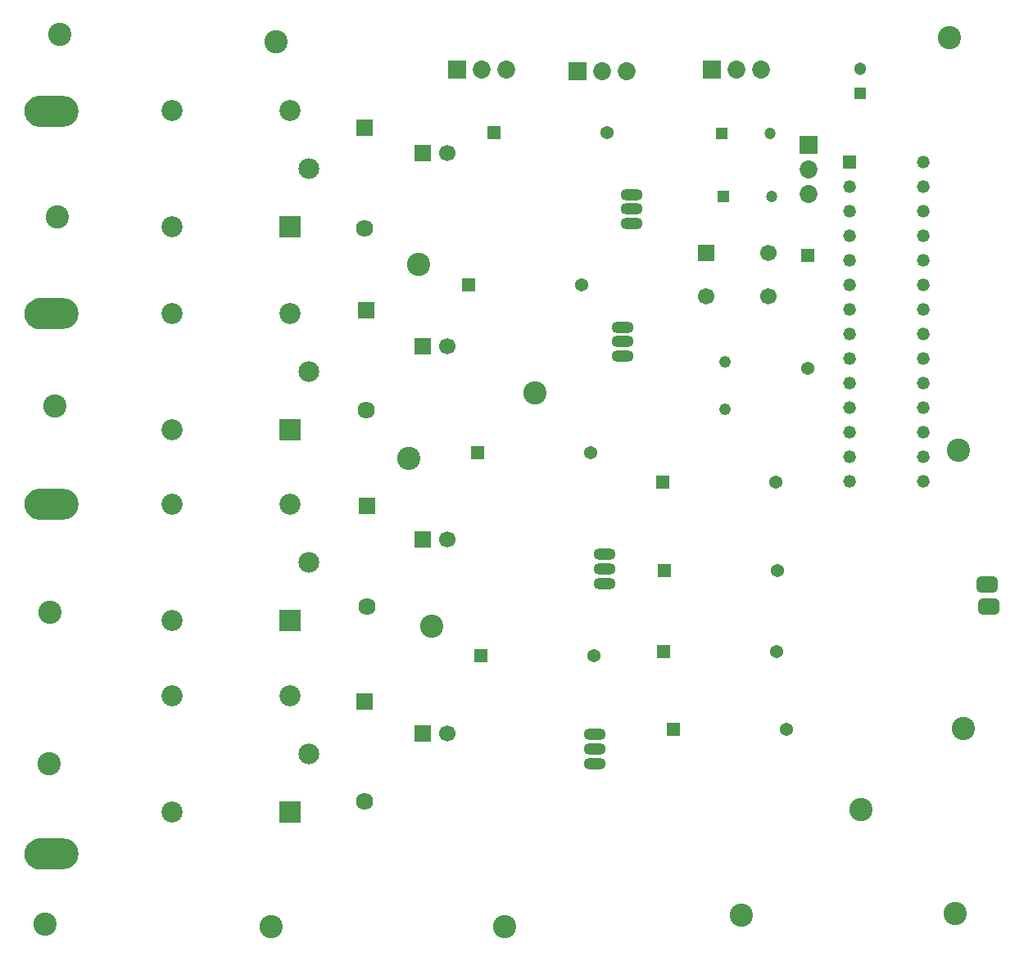
<source format=gts>
G04*
G04 #@! TF.GenerationSoftware,Altium Limited,Altium Designer,24.4.1 (13)*
G04*
G04 Layer_Color=8388736*
%FSLAX44Y44*%
%MOMM*%
G71*
G04*
G04 #@! TF.SameCoordinates,55CC3119-2231-4384-B402-45A8E2456881*
G04*
G04*
G04 #@! TF.FilePolarity,Negative*
G04*
G01*
G75*
%ADD18C,2.4032*%
%ADD19C,1.7932*%
%ADD20R,1.7932X1.7932*%
%ADD21O,2.2832X1.2432*%
%ADD22C,1.2102*%
%ADD23R,1.7000X1.7000*%
%ADD24C,1.7000*%
%ADD25C,1.3032*%
%ADD26R,1.3032X1.3032*%
%ADD27R,1.8532X1.8532*%
%ADD28C,1.8532*%
%ADD29R,1.8532X1.8532*%
%ADD30R,2.1832X2.1832*%
%ADD31C,2.1382*%
%ADD32C,2.1832*%
%ADD33C,1.3208*%
%ADD34R,1.3208X1.3208*%
%ADD35C,1.7012*%
%ADD36R,1.7012X1.7012*%
%ADD37C,1.2000*%
%ADD38R,1.2000X1.2000*%
%ADD39C,1.3716*%
%ADD40R,1.3716X1.3716*%
%ADD41R,1.3716X1.3716*%
%ADD42C,3.2032*%
G04:AMPARAMS|DCode=43|XSize=2.2032mm|YSize=1.7272mm|CornerRadius=0.4826mm|HoleSize=0mm|Usage=FLASHONLY|Rotation=0.000|XOffset=0mm|YOffset=0mm|HoleType=Round|Shape=RoundedRectangle|*
%AMROUNDEDRECTD43*
21,1,2.2032,0.7620,0,0,0.0*
21,1,1.2380,1.7272,0,0,0.0*
1,1,0.9652,0.6190,-0.3810*
1,1,0.9652,-0.6190,-0.3810*
1,1,0.9652,-0.6190,0.3810*
1,1,0.9652,0.6190,0.3810*
%
%ADD43ROUNDEDRECTD43*%
G36*
X48923Y121939D02*
X49054Y121913D01*
X49180Y121871D01*
X49299Y121812D01*
X49410Y121738D01*
X49510Y121650D01*
X49598Y121550D01*
X49672Y121439D01*
X49731Y121320D01*
X49774Y121194D01*
X49799Y121063D01*
X49808Y120930D01*
Y90930D01*
X49799Y90797D01*
X49774Y90666D01*
X49731Y90540D01*
X49672Y90421D01*
X49598Y90310D01*
X49510Y90210D01*
X49410Y90122D01*
X49299Y90048D01*
X49180Y89989D01*
X49054Y89946D01*
X48923Y89921D01*
X48790Y89912D01*
X23183D01*
X23149Y89914D01*
X23116D01*
X23083Y89918D01*
X23050Y89921D01*
X23017Y89927D01*
X22984Y89931D01*
X20086Y90508D01*
X20054Y90516D01*
X20021Y90523D01*
X19990Y90534D01*
X19957Y90542D01*
X19927Y90555D01*
X19895Y90566D01*
X17165Y91696D01*
X17135Y91711D01*
X17105Y91724D01*
X17076Y91741D01*
X17046Y91755D01*
X17018Y91774D01*
X16989Y91791D01*
X14532Y93432D01*
X14506Y93452D01*
X14478Y93471D01*
X14453Y93493D01*
X14427Y93513D01*
X14403Y93537D01*
X14378Y93559D01*
X12289Y95648D01*
X12267Y95673D01*
X12243Y95697D01*
X12223Y95723D01*
X12201Y95748D01*
X12182Y95776D01*
X12162Y95802D01*
X10521Y98259D01*
X10504Y98288D01*
X10485Y98316D01*
X10471Y98346D01*
X10454Y98375D01*
X10441Y98405D01*
X10426Y98435D01*
X9296Y101165D01*
X9285Y101196D01*
X9272Y101227D01*
X9264Y101260D01*
X9253Y101291D01*
X9247Y101324D01*
X9238Y101356D01*
X8661Y104254D01*
X8657Y104287D01*
X8651Y104320D01*
X8648Y104353D01*
X8644Y104386D01*
Y104419D01*
X8642Y104453D01*
Y107407D01*
X8644Y107441D01*
Y107474D01*
X8648Y107507D01*
X8651Y107540D01*
X8657Y107573D01*
X8661Y107606D01*
X9238Y110504D01*
X9247Y110536D01*
X9253Y110569D01*
X9264Y110600D01*
X9272Y110633D01*
X9285Y110663D01*
X9296Y110695D01*
X10426Y113425D01*
X10441Y113455D01*
X10454Y113485D01*
X10471Y113514D01*
X10485Y113544D01*
X10504Y113572D01*
X10521Y113601D01*
X12162Y116058D01*
X12183Y116084D01*
X12201Y116112D01*
X12223Y116137D01*
X12243Y116163D01*
X12267Y116187D01*
X12289Y116212D01*
X14378Y118301D01*
X14403Y118323D01*
X14427Y118347D01*
X14453Y118367D01*
X14478Y118389D01*
X14506Y118407D01*
X14532Y118428D01*
X16989Y120069D01*
X17018Y120086D01*
X17046Y120105D01*
X17076Y120119D01*
X17105Y120136D01*
X17135Y120149D01*
X17165Y120163D01*
X19895Y121294D01*
X19927Y121305D01*
X19957Y121318D01*
X19990Y121326D01*
X20021Y121337D01*
X20054Y121343D01*
X20086Y121352D01*
X22984Y121929D01*
X23017Y121933D01*
X23050Y121939D01*
X23083Y121942D01*
X23116Y121946D01*
X23149D01*
X23183Y121948D01*
X48790D01*
X48923Y121939D01*
D02*
G37*
G36*
Y483889D02*
X49054Y483863D01*
X49180Y483821D01*
X49299Y483762D01*
X49410Y483688D01*
X49510Y483600D01*
X49598Y483500D01*
X49672Y483389D01*
X49731Y483270D01*
X49774Y483144D01*
X49799Y483013D01*
X49808Y482880D01*
Y452880D01*
X49799Y452747D01*
X49774Y452616D01*
X49731Y452490D01*
X49672Y452371D01*
X49598Y452260D01*
X49510Y452160D01*
X49410Y452072D01*
X49299Y451998D01*
X49180Y451939D01*
X49054Y451897D01*
X48923Y451870D01*
X48790Y451862D01*
X23183D01*
X23149Y451864D01*
X23116D01*
X23083Y451868D01*
X23050Y451870D01*
X23017Y451877D01*
X22984Y451881D01*
X20086Y452458D01*
X20054Y452466D01*
X20021Y452473D01*
X19990Y452484D01*
X19957Y452492D01*
X19927Y452505D01*
X19895Y452516D01*
X17165Y453646D01*
X17135Y453661D01*
X17105Y453674D01*
X17076Y453691D01*
X17046Y453705D01*
X17018Y453724D01*
X16989Y453741D01*
X14532Y455382D01*
X14506Y455402D01*
X14478Y455421D01*
X14453Y455443D01*
X14427Y455463D01*
X14403Y455487D01*
X14378Y455509D01*
X12289Y457598D01*
X12267Y457623D01*
X12243Y457647D01*
X12223Y457673D01*
X12201Y457698D01*
X12182Y457726D01*
X12162Y457752D01*
X10521Y460209D01*
X10504Y460238D01*
X10485Y460266D01*
X10471Y460296D01*
X10454Y460325D01*
X10441Y460355D01*
X10426Y460385D01*
X9296Y463115D01*
X9285Y463147D01*
X9272Y463177D01*
X9264Y463210D01*
X9253Y463241D01*
X9247Y463274D01*
X9238Y463306D01*
X8661Y466204D01*
X8657Y466237D01*
X8651Y466270D01*
X8648Y466303D01*
X8644Y466336D01*
Y466369D01*
X8642Y466403D01*
Y469357D01*
X8644Y469391D01*
Y469424D01*
X8648Y469457D01*
X8651Y469490D01*
X8657Y469523D01*
X8661Y469556D01*
X9238Y472454D01*
X9247Y472486D01*
X9253Y472519D01*
X9264Y472550D01*
X9272Y472583D01*
X9285Y472613D01*
X9296Y472645D01*
X10426Y475375D01*
X10441Y475405D01*
X10454Y475435D01*
X10471Y475464D01*
X10485Y475494D01*
X10504Y475522D01*
X10521Y475551D01*
X12162Y478008D01*
X12183Y478034D01*
X12201Y478062D01*
X12223Y478087D01*
X12243Y478113D01*
X12267Y478137D01*
X12289Y478162D01*
X14378Y480251D01*
X14403Y480273D01*
X14427Y480297D01*
X14453Y480317D01*
X14478Y480339D01*
X14506Y480358D01*
X14532Y480378D01*
X16989Y482019D01*
X17018Y482036D01*
X17046Y482055D01*
X17076Y482069D01*
X17105Y482086D01*
X17135Y482099D01*
X17165Y482113D01*
X19895Y483244D01*
X19927Y483255D01*
X19957Y483268D01*
X19990Y483276D01*
X20021Y483287D01*
X20054Y483293D01*
X20086Y483302D01*
X22984Y483879D01*
X23017Y483883D01*
X23050Y483889D01*
X23083Y483892D01*
X23116Y483896D01*
X23149D01*
X23183Y483898D01*
X48790D01*
X48923Y483889D01*
D02*
G37*
G36*
Y680739D02*
X49054Y680713D01*
X49180Y680671D01*
X49299Y680612D01*
X49410Y680538D01*
X49510Y680450D01*
X49598Y680350D01*
X49672Y680239D01*
X49731Y680120D01*
X49774Y679994D01*
X49799Y679863D01*
X49808Y679730D01*
Y649730D01*
X49799Y649597D01*
X49774Y649466D01*
X49731Y649340D01*
X49672Y649221D01*
X49598Y649110D01*
X49510Y649010D01*
X49410Y648922D01*
X49299Y648848D01*
X49180Y648789D01*
X49054Y648746D01*
X48923Y648720D01*
X48790Y648712D01*
X23183D01*
X23149Y648714D01*
X23116D01*
X23083Y648718D01*
X23050Y648720D01*
X23017Y648727D01*
X22984Y648731D01*
X20086Y649308D01*
X20054Y649316D01*
X20021Y649323D01*
X19990Y649334D01*
X19957Y649342D01*
X19927Y649355D01*
X19895Y649366D01*
X17165Y650496D01*
X17135Y650511D01*
X17105Y650524D01*
X17076Y650541D01*
X17046Y650555D01*
X17018Y650574D01*
X16989Y650591D01*
X14532Y652232D01*
X14506Y652252D01*
X14478Y652271D01*
X14453Y652293D01*
X14427Y652313D01*
X14403Y652337D01*
X14378Y652359D01*
X12289Y654448D01*
X12267Y654473D01*
X12243Y654497D01*
X12223Y654523D01*
X12201Y654548D01*
X12182Y654576D01*
X12162Y654602D01*
X10521Y657059D01*
X10504Y657088D01*
X10485Y657116D01*
X10471Y657146D01*
X10454Y657175D01*
X10441Y657205D01*
X10426Y657235D01*
X9296Y659965D01*
X9285Y659996D01*
X9272Y660027D01*
X9264Y660060D01*
X9253Y660091D01*
X9247Y660124D01*
X9238Y660156D01*
X8661Y663054D01*
X8657Y663087D01*
X8651Y663120D01*
X8648Y663153D01*
X8644Y663186D01*
Y663219D01*
X8642Y663253D01*
Y666207D01*
X8644Y666241D01*
Y666274D01*
X8648Y666307D01*
X8651Y666340D01*
X8657Y666373D01*
X8661Y666406D01*
X9238Y669304D01*
X9247Y669336D01*
X9253Y669369D01*
X9264Y669400D01*
X9272Y669433D01*
X9285Y669463D01*
X9296Y669495D01*
X10426Y672225D01*
X10441Y672255D01*
X10454Y672285D01*
X10471Y672314D01*
X10485Y672344D01*
X10504Y672372D01*
X10521Y672401D01*
X12162Y674858D01*
X12183Y674884D01*
X12201Y674912D01*
X12223Y674937D01*
X12243Y674963D01*
X12267Y674987D01*
X12289Y675012D01*
X14378Y677101D01*
X14403Y677123D01*
X14427Y677147D01*
X14453Y677167D01*
X14478Y677189D01*
X14506Y677207D01*
X14532Y677228D01*
X16989Y678869D01*
X17018Y678886D01*
X17046Y678905D01*
X17076Y678919D01*
X17105Y678936D01*
X17135Y678949D01*
X17165Y678963D01*
X19895Y680094D01*
X19927Y680105D01*
X19957Y680118D01*
X19990Y680126D01*
X20021Y680137D01*
X20054Y680144D01*
X20086Y680152D01*
X22984Y680729D01*
X23017Y680733D01*
X23050Y680739D01*
X23083Y680742D01*
X23116Y680746D01*
X23149D01*
X23183Y680748D01*
X48790D01*
X48923Y680739D01*
D02*
G37*
G36*
Y890289D02*
X49054Y890263D01*
X49180Y890221D01*
X49299Y890162D01*
X49410Y890088D01*
X49510Y890000D01*
X49598Y889900D01*
X49672Y889789D01*
X49731Y889670D01*
X49774Y889544D01*
X49799Y889413D01*
X49808Y889280D01*
Y859280D01*
X49799Y859147D01*
X49774Y859016D01*
X49731Y858890D01*
X49672Y858771D01*
X49598Y858660D01*
X49510Y858560D01*
X49410Y858472D01*
X49299Y858398D01*
X49180Y858339D01*
X49054Y858297D01*
X48923Y858270D01*
X48790Y858262D01*
X23183D01*
X23149Y858264D01*
X23116D01*
X23083Y858268D01*
X23050Y858270D01*
X23017Y858277D01*
X22984Y858281D01*
X20086Y858858D01*
X20054Y858866D01*
X20021Y858873D01*
X19990Y858884D01*
X19957Y858892D01*
X19927Y858905D01*
X19895Y858916D01*
X17165Y860046D01*
X17135Y860061D01*
X17105Y860074D01*
X17076Y860091D01*
X17046Y860105D01*
X17018Y860124D01*
X16989Y860141D01*
X14532Y861782D01*
X14506Y861802D01*
X14478Y861821D01*
X14453Y861843D01*
X14427Y861863D01*
X14403Y861887D01*
X14378Y861909D01*
X12289Y863998D01*
X12267Y864023D01*
X12243Y864047D01*
X12223Y864073D01*
X12201Y864098D01*
X12182Y864126D01*
X12162Y864152D01*
X10521Y866609D01*
X10504Y866638D01*
X10485Y866666D01*
X10471Y866696D01*
X10454Y866724D01*
X10441Y866755D01*
X10426Y866785D01*
X9296Y869515D01*
X9285Y869547D01*
X9272Y869577D01*
X9264Y869610D01*
X9253Y869641D01*
X9247Y869674D01*
X9238Y869706D01*
X8661Y872604D01*
X8657Y872637D01*
X8651Y872670D01*
X8648Y872703D01*
X8644Y872736D01*
Y872769D01*
X8642Y872803D01*
Y875757D01*
X8644Y875791D01*
Y875824D01*
X8648Y875857D01*
X8651Y875890D01*
X8657Y875923D01*
X8661Y875956D01*
X9238Y878854D01*
X9247Y878886D01*
X9253Y878919D01*
X9264Y878950D01*
X9272Y878983D01*
X9285Y879013D01*
X9296Y879045D01*
X10426Y881775D01*
X10441Y881805D01*
X10454Y881835D01*
X10471Y881864D01*
X10485Y881894D01*
X10504Y881922D01*
X10521Y881951D01*
X12162Y884408D01*
X12183Y884434D01*
X12201Y884462D01*
X12223Y884487D01*
X12243Y884513D01*
X12267Y884537D01*
X12289Y884562D01*
X14378Y886651D01*
X14403Y886673D01*
X14427Y886697D01*
X14453Y886717D01*
X14478Y886739D01*
X14506Y886758D01*
X14532Y886778D01*
X16989Y888419D01*
X17018Y888436D01*
X17046Y888455D01*
X17076Y888469D01*
X17105Y888486D01*
X17135Y888499D01*
X17165Y888513D01*
X19895Y889644D01*
X19927Y889655D01*
X19957Y889668D01*
X19990Y889676D01*
X20021Y889687D01*
X20054Y889694D01*
X20086Y889702D01*
X22984Y890279D01*
X23017Y890283D01*
X23050Y890289D01*
X23083Y890292D01*
X23116Y890296D01*
X23149D01*
X23183Y890298D01*
X48790D01*
X48923Y890289D01*
D02*
G37*
D18*
X536000Y583000D02*
D03*
X873000Y152000D02*
D03*
X750000Y43000D02*
D03*
X505000Y31000D02*
D03*
X979000Y236000D02*
D03*
X971000Y44000D02*
D03*
X264000Y31000D02*
D03*
X430000Y342000D02*
D03*
X974000Y524000D02*
D03*
X965000Y950000D02*
D03*
X269000Y946000D02*
D03*
X416000Y716000D02*
D03*
X406000Y515000D02*
D03*
X30000Y33000D02*
D03*
X34000Y199000D02*
D03*
X35000Y356000D02*
D03*
X40000Y569000D02*
D03*
X43000Y765000D02*
D03*
X45000Y954000D02*
D03*
D19*
X360000Y753200D02*
D03*
X362000Y565200D02*
D03*
X363000Y362200D02*
D03*
X360000Y160200D02*
D03*
D20*
Y856800D02*
D03*
X362000Y668800D02*
D03*
X363000Y465800D02*
D03*
X360000Y263800D02*
D03*
D21*
X636000Y788000D02*
D03*
Y773000D02*
D03*
Y758000D02*
D03*
X627000Y621000D02*
D03*
Y636000D02*
D03*
Y651000D02*
D03*
X608000Y415700D02*
D03*
Y400700D02*
D03*
Y385700D02*
D03*
X598000Y199700D02*
D03*
Y214700D02*
D03*
Y229700D02*
D03*
D22*
X732790Y566280D02*
D03*
Y615080D02*
D03*
D23*
X420300Y831000D02*
D03*
Y431000D02*
D03*
Y231000D02*
D03*
Y631000D02*
D03*
D24*
X445700Y831000D02*
D03*
Y431000D02*
D03*
Y231000D02*
D03*
Y631000D02*
D03*
D25*
X872490Y918140D02*
D03*
D26*
Y893140D02*
D03*
D27*
X455930Y917070D02*
D03*
X580390Y915800D02*
D03*
X718820Y917070D02*
D03*
D28*
X481330D02*
D03*
X506730D02*
D03*
X605790Y915800D02*
D03*
X631190D02*
D03*
X744220Y917070D02*
D03*
X769620D02*
D03*
X819150Y814200D02*
D03*
Y788800D02*
D03*
D29*
Y839600D02*
D03*
D30*
X283000Y544730D02*
D03*
Y347880D02*
D03*
Y149760D02*
D03*
Y754900D02*
D03*
D31*
X303000Y604730D02*
D03*
Y407880D02*
D03*
Y209760D02*
D03*
Y814900D02*
D03*
D32*
X283000Y664730D02*
D03*
X161000D02*
D03*
Y544730D02*
D03*
X283000Y467880D02*
D03*
X161000D02*
D03*
Y347880D02*
D03*
X283000Y269760D02*
D03*
X161000D02*
D03*
Y149760D02*
D03*
X283000Y874900D02*
D03*
X161000D02*
D03*
Y754900D02*
D03*
D33*
X937260Y821820D02*
D03*
Y796420D02*
D03*
Y771020D02*
D03*
Y745620D02*
D03*
Y720220D02*
D03*
Y694820D02*
D03*
Y669420D02*
D03*
Y644020D02*
D03*
Y618620D02*
D03*
Y593220D02*
D03*
Y567820D02*
D03*
Y542420D02*
D03*
Y517020D02*
D03*
Y491620D02*
D03*
X861060D02*
D03*
Y517020D02*
D03*
Y542420D02*
D03*
Y567820D02*
D03*
Y593220D02*
D03*
Y618620D02*
D03*
Y644020D02*
D03*
Y669420D02*
D03*
Y694820D02*
D03*
Y720220D02*
D03*
Y745620D02*
D03*
Y771020D02*
D03*
Y796420D02*
D03*
D34*
Y821820D02*
D03*
D35*
X712990Y682480D02*
D03*
X777990D02*
D03*
Y727480D02*
D03*
D36*
X712990D02*
D03*
D37*
X780650Y786260D02*
D03*
X779380Y851030D02*
D03*
D38*
X730650Y786260D02*
D03*
X729380Y851030D02*
D03*
D39*
X817880Y608460D02*
D03*
X584840Y695000D02*
D03*
X594000Y521000D02*
D03*
X597000Y311000D02*
D03*
X610840Y852000D02*
D03*
X785000Y491000D02*
D03*
X786840Y399000D02*
D03*
X785840Y315000D02*
D03*
X796000Y235000D02*
D03*
D40*
X817880Y725300D02*
D03*
D41*
X468000Y695000D02*
D03*
X477160Y521000D02*
D03*
X480160Y311000D02*
D03*
X494000Y852000D02*
D03*
X668160Y491000D02*
D03*
X670000Y399000D02*
D03*
X669000Y315000D02*
D03*
X679160Y235000D02*
D03*
D42*
X48790Y874280D02*
D03*
Y664730D02*
D03*
Y467880D02*
D03*
Y105930D02*
D03*
D43*
X1003762Y384504D02*
D03*
X1005000Y362000D02*
D03*
M02*

</source>
